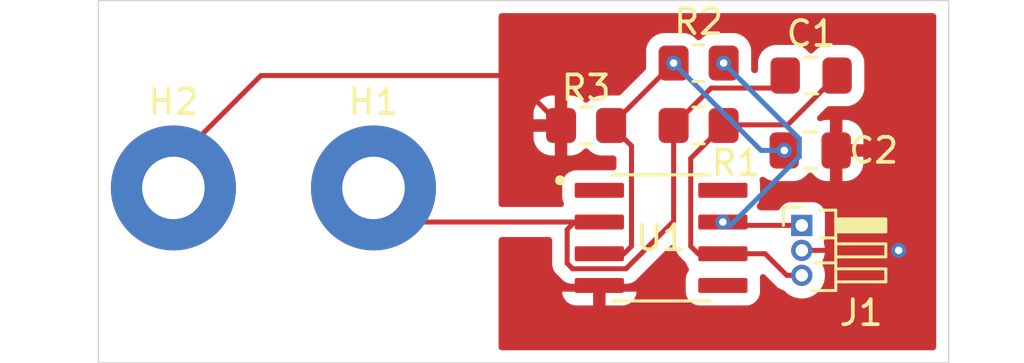
<source format=kicad_pcb>
(kicad_pcb (version 20241229) (generator "pcbnew") (generator_version "9.0")
  (layers (0 "F.Cu" signal) (2 "B.Cu" signal) (13 "F.Paste" user) (15 "B.Paste" user) (5 "F.SilkS" user "F.Silkscreen") (7 "B.SilkS" user "B.Silkscreen") (1 "F.Mask" user) (3 "B.Mask" user) (25 "Edge.Cuts" user))
  (net 0 "")
  (net 1 "Net-(U1--IN)")
  (net 2 "Net-(J1-Pin_3)")
  (net 3 "GND")
  (net 4 "Net-(U1-+IN)")
  (net 5 "VCC")
  (footprint "Capacitor_SMD:C_0805_2012Metric_Pad1.18x1.45mm_HandSolder" (layer "F.Cu") (at 69.5 42.5)
    (property "Reference" "C1" (at 0 -1.68 0) (layer "F.SilkS"))
    (property "Value" "2.7µ")
    (fp_line (start -0.261252 -0.735) (end 0.261252 -0.735) (stroke (width 0.12)) (layer "F.SilkS"))
    (fp_line (start -0.261252 0.735) (end 0.261252 0.735) (stroke (width 0.12)) (layer "F.SilkS"))
    (pad "1" smd roundrect (at -1.0375 0) (size 1.175 1.45) (layers "F.Cu" "F.Mask" "F.Paste") (roundrect_rratio 0.212766) (net 1 "Net-(U1--IN)"))
    (pad "2" smd roundrect (at 1.0375 0) (size 1.175 1.45) (layers "F.Cu" "F.Mask" "F.Paste") (roundrect_rratio 0.212766) (net 2 "Net-(J1-Pin_3)"))
  )
  (footprint "Resistor_SMD:R_0805_2012Metric_Pad1.20x1.40mm_HandSolder" (layer "F.Cu") (at 65 44.5)
    (property "Reference" "R1" (at 1.5 1.5 0) (layer "F.SilkS"))
    (property "Value" "53.6kΩ")
    (fp_line (start -0.227064 -0.735) (end 0.227064 -0.735) (stroke (width 0.12)) (layer "F.SilkS"))
    (fp_line (start -0.227064 0.735) (end 0.227064 0.735) (stroke (width 0.12)) (layer "F.SilkS"))
    (pad "1" smd roundrect (at -1 0) (size 1.2 1.4) (layers "F.Cu" "F.Mask" "F.Paste") (roundrect_rratio 0.208333) (net 1 "Net-(U1--IN)"))
    (pad "2" smd roundrect (at 1 0) (size 1.2 1.4) (layers "F.Cu" "F.Mask" "F.Paste") (roundrect_rratio 0.208333) (net 2 "Net-(J1-Pin_3)"))
  )
  (footprint "OPA380AIDR:SOIC127P599X175-8N" (layer "F.Cu") (at 63.5 49)
    (property "Reference" "U1" (at 0 0 0) (layer "F.SilkS"))
    (property "Value" "OPA380AIDR")
    (fp_line (start -1.95 -2.525) (end 1.95 -2.525) (stroke (width 0.127)) (layer "F.SilkS"))
    (fp_line (start -1.95 2.525) (end 1.95 2.525) (stroke (width 0.127)) (layer "F.SilkS"))
    (fp_circle (center -4.04 -2.305) (end -3.94 -2.305) (stroke (width 0.2)) (fill no) (layer "F.SilkS"))
    (pad "1" smd roundrect (at -2.47 -1.905) (size 1.97 0.6) (layers "F.Cu" "F.Mask" "F.Paste") (roundrect_rratio 0.125))
    (pad "2" smd roundrect (at -2.47 -0.635) (size 1.97 0.6) (layers "F.Cu" "F.Mask" "F.Paste") (roundrect_rratio 0.125) (net 1 "Net-(U1--IN)"))
    (pad "3" smd roundrect (at -2.47 0.635) (size 1.97 0.6) (layers "F.Cu" "F.Mask" "F.Paste") (roundrect_rratio 0.125) (net 4 "Net-(U1-+IN)"))
    (pad "4" smd roundrect (at -2.47 1.905) (size 1.97 0.6) (layers "F.Cu" "F.Mask" "F.Paste") (roundrect_rratio 0.125) (net 3 "GND"))
    (pad "5" smd roundrect (at 2.47 1.905) (size 1.97 0.6) (layers "F.Cu" "F.Mask" "F.Paste") (roundrect_rratio 0.125))
    (pad "6" smd roundrect (at 2.47 0.635) (size 1.97 0.6) (layers "F.Cu" "F.Mask" "F.Paste") (roundrect_rratio 0.125) (net 2 "Net-(J1-Pin_3)"))
    (pad "7" smd roundrect (at 2.47 -0.635) (size 1.97 0.6) (layers "F.Cu" "F.Mask" "F.Paste") (roundrect_rratio 0.125) (net 5 "VCC"))
    (pad "8" smd roundrect (at 2.47 -1.905) (size 1.97 0.6) (layers "F.Cu" "F.Mask" "F.Paste") (roundrect_rratio 0.125))
  )
  (footprint "Capacitor_SMD:C_0805_2012Metric_Pad1.18x1.45mm_HandSolder" (layer "F.Cu") (at 69.4625 45.5)
    (property "Reference" "C2" (at 2.5375 0 0) (layer "F.SilkS"))
    (property "Value" "1µF")
    (fp_line (start -0.261252 -0.735) (end 0.261252 -0.735) (stroke (width 0.12)) (layer "F.SilkS"))
    (fp_line (start -0.261252 0.735) (end 0.261252 0.735) (stroke (width 0.12)) (layer "F.SilkS"))
    (pad "1" smd roundrect (at -1.0375 0) (size 1.175 1.45) (layers "F.Cu" "F.Mask" "F.Paste") (roundrect_rratio 0.212766) (net 4 "Net-(U1-+IN)"))
    (pad "2" smd roundrect (at 1.0375 0) (size 1.175 1.45) (layers "F.Cu" "F.Mask" "F.Paste") (roundrect_rratio 0.212766) (net 3 "GND"))
  )
  (footprint "MountingHole:MountingHole_2.5mm_Pad" (layer "F.Cu") (at 52 47)
    (property "Reference" "H1" (at 0 -3.45 0) (layer "F.SilkS"))
    (property "Value" "MountingHole_Pad")
    (pad "1" thru_hole circle (at 0 0) (size 5 5) (drill 2.5) (layers "*.Cu" "*.Mask") (net 1 "Net-(U1--IN)"))
  )
  (footprint "Resistor_SMD:R_0805_2012Metric_Pad1.20x1.40mm_HandSolder" (layer "F.Cu") (at 60.5 44.5)
    (property "Reference" "R3" (at 0 -1.5 0) (layer "F.SilkS"))
    (property "Value" "280")
    (fp_line (start -0.227064 -0.735) (end 0.227064 -0.735) (stroke (width 0.12)) (layer "F.SilkS"))
    (fp_line (start -0.227064 0.735) (end 0.227064 0.735) (stroke (width 0.12)) (layer "F.SilkS"))
    (pad "1" smd roundrect (at -1 0) (size 1.2 1.4) (layers "F.Cu" "F.Mask" "F.Paste") (roundrect_rratio 0.208333) (net 3 "GND"))
    (pad "2" smd roundrect (at 1 0) (size 1.2 1.4) (layers "F.Cu" "F.Mask" "F.Paste") (roundrect_rratio 0.208333) (net 4 "Net-(U1-+IN)"))
  )
  (footprint "Resistor_SMD:R_0805_2012Metric_Pad1.20x1.40mm_HandSolder" (layer "F.Cu") (at 65 42)
    (property "Reference" "R2" (at 0 -1.65 0) (layer "F.SilkS"))
    (property "Value" "13.7kΩ")
    (fp_line (start -0.227064 -0.735) (end 0.227064 -0.735) (stroke (width 0.12)) (layer "F.SilkS"))
    (fp_line (start -0.227064 0.735) (end 0.227064 0.735) (stroke (width 0.12)) (layer "F.SilkS"))
    (pad "1" smd roundrect (at -1 0) (size 1.2 1.4) (layers "F.Cu" "F.Mask" "F.Paste") (roundrect_rratio 0.208333) (net 4 "Net-(U1-+IN)"))
    (pad "2" smd roundrect (at 1 0) (size 1.2 1.4) (layers "F.Cu" "F.Mask" "F.Paste") (roundrect_rratio 0.208333) (net 5 "VCC"))
  )
  (footprint "Connector_PinHeader_1.00mm:PinHeader_1x03_P1.00mm_Horizontal" (layer "F.Cu") (at 69.125 48.5)
    (property "Reference" "J1" (at 2.375 3.5 0) (layer "F.SilkS"))
    (property "Value" "Conn_01x03_Socket")
    (fp_line (start -0.735 -0.735) (end 0 -0.735) (stroke (width 0.12)) (layer "F.SilkS"))
    (fp_line (start -0.735 0) (end -0.735 -0.735) (stroke (width 0.12)) (layer "F.SilkS"))
    (fp_line (start 0.538725 1.5) (end 1.36 1.5) (stroke (width 0.12)) (layer "F.SilkS"))
    (fp_line (start 0.735 -0.61) (end 1.36 -0.61) (stroke (width 0.12)) (layer "F.SilkS"))
    (fp_line (start 0.735 0.5) (end 1.36 0.5) (stroke (width 0.12)) (layer "F.SilkS"))
    (fp_line (start 1.36 -0.61) (end 1.36 2.61) (stroke (width 0.12)) (layer "F.SilkS"))
    (fp_line (start 1.36 0.74) (end 3.36 0.74) (stroke (width 0.12)) (layer "F.SilkS"))
    (fp_line (start 1.36 1.74) (end 3.36 1.74) (stroke (width 0.12)) (layer "F.SilkS"))
    (fp_line (start 1.36 2.61) (end 0.41003 2.61) (stroke (width 0.12)) (layer "F.SilkS"))
    (fp_line (start 3.36 0.74) (end 3.36 1.26) (stroke (width 0.12)) (layer "F.SilkS"))
    (fp_line (start 3.36 1.26) (end 1.36 1.26) (stroke (width 0.12)) (layer "F.SilkS"))
    (fp_line (start 3.36 1.74) (end 3.36 2.26) (stroke (width 0.12)) (layer "F.SilkS"))
    (fp_line (start 3.36 2.26) (end 1.36 2.26) (stroke (width 0.12)) (layer "F.SilkS"))
    (fp_rect (start 1.36 -0.26) (end 3.36 0.26) (stroke (width 0.12)) (fill yes) (layer "F.SilkS"))
    (pad "1" thru_hole rect (at 0 0) (size 0.85 0.85) (drill 0.5) (layers "*.Cu" "*.Mask") (net 5 "VCC"))
    (pad "2" thru_hole circle (at 0 1) (size 0.85 0.85) (drill 0.5) (layers "*.Cu" "*.Mask") (net 3 "GND"))
    (pad "3" thru_hole circle (at 0 2) (size 0.85 0.85) (drill 0.5) (layers "*.Cu" "*.Mask") (net 2 "Net-(J1-Pin_3)"))
  )
  (footprint "MountingHole:MountingHole_2.5mm_Pad" (layer "F.Cu") (at 44 47)
    (property "Reference" "H2" (at 0 -3.45 0) (layer "F.SilkS"))
    (property "Value" "MountingHole_Pad")
    (pad "1" thru_hole circle (at 0 0) (size 5 5) (drill 2.5) (layers "*.Cu" "*.Mask") (net 3 "GND"))
  )
  (gr_poly (pts (xy 41 39.5) (xy 75 39.5) (xy 75 54) (xy 41 54)) (stroke (width 0.05)) (fill no) (layer "Edge.Cuts"))
  (segment (start 53.365 48.365) (end 52 47) (width 0.2) (layer "F.Cu") (net 1))
  (segment (start 59.744 50.017824) (end 59.962176 50.236) (width 0.2) (layer "F.Cu") (net 1))
  (segment (start 64 44.5) (end 65.499 43.001) (width 0.2) (layer "F.Cu") (net 1))
  (segment (start 65.499 43.001) (end 67.9615 43.001) (width 0.2) (layer "F.Cu") (net 1))
  (segment (start 67.9615 43.001) (end 68.4625 42.5) (width 0.2) (layer "F.Cu") (net 1))
  (segment (start 61.03 48.365) (end 53.365 48.365) (width 0.2) (layer "F.Cu") (net 1))
  (segment (start 59.962176 50.236) (end 62.097824 50.236) (width 0.2) (layer "F.Cu") (net 1))
  (segment (start 60.045001 48.365) (end 59.744 48.666001) (width 0.2) (layer "F.Cu") (net 1))
  (segment (start 59.744 48.666001) (end 59.744 50.017824) (width 0.2) (layer "F.Cu") (net 1))
  (segment (start 62.097824 50.236) (end 64 48.333824) (width 0.2) (layer "F.Cu") (net 1))
  (segment (start 64 48.333824) (end 64 44.5) (width 0.2) (layer "F.Cu") (net 1))
  (segment (start 61.03 48.365) (end 60.045001 48.365) (width 0.2) (layer "F.Cu") (net 1))
  (segment (start 67.65896 49.635) (end 65.97 49.635) (width 0.2) (layer "F.Cu") (net 2))
  (segment (start 69.125 50.5) (end 68.52396 50.5) (width 0.2) (layer "F.Cu") (net 2))
  (segment (start 64.684 49.333999) (end 64.684 45.816) (width 0.2) (layer "F.Cu") (net 2))
  (segment (start 64.985001 49.635) (end 64.684 49.333999) (width 0.2) (layer "F.Cu") (net 2))
  (segment (start 65.97 49.635) (end 64.985001 49.635) (width 0.2) (layer "F.Cu") (net 2))
  (segment (start 64.684 45.816) (end 66 44.5) (width 0.2) (layer "F.Cu") (net 2))
  (segment (start 66.026 44.474) (end 66 44.5) (width 0.2) (layer "F.Cu") (net 2))
  (segment (start 70.5375 42.5) (end 68.5635 44.474) (width 0.2) (layer "F.Cu") (net 2))
  (segment (start 68.5635 44.474) (end 66.026 44.474) (width 0.2) (layer "F.Cu") (net 2))
  (segment (start 68.52396 50.5) (end 67.65896 49.635) (width 0.2) (layer "F.Cu") (net 2))
  (segment (start 47.5 42.5) (end 57.5 42.5) (width 0.2) (layer "F.Cu") (net 3))
  (segment (start 44 46) (end 47.5 42.5) (width 0.2) (layer "F.Cu") (net 3))
  (segment (start 69.125 49.5) (end 73 49.5) (width 0.2) (layer "F.Cu") (net 3))
  (segment (start 44 47) (end 44 46) (width 0.2) (layer "F.Cu") (net 3))
  (segment (start 57.5 42.5) (end 59.5 44.5) (width 0.2) (layer "F.Cu") (net 3))
  (via (at 73 49.5) (size 0.6) (drill 0.3) (layers "F.Cu" "B.Cu") (net 3))
  (segment (start 62.316 45.316) (end 61.5 44.5) (width 0.2) (layer "F.Cu") (net 4))
  (segment (start 61.03 49.635) (end 62.014999 49.635) (width 0.2) (layer "F.Cu") (net 4))
  (segment (start 62.014999 49.635) (end 62.316 49.333999) (width 0.2) (layer "F.Cu") (net 4))
  (segment (start 62.316 49.333999) (end 62.316 45.316) (width 0.2) (layer "F.Cu") (net 4))
  (segment (start 64 42) (end 61.5 44.5) (width 0.2) (layer "F.Cu") (net 4))
  (via (at 64 42) (size 0.6) (drill 0.3) (layers "F.Cu" "B.Cu") (net 4))
  (via (at 68.425 45.5) (size 0.6) (drill 0.3) (layers "F.Cu" "B.Cu") (net 4))
  (segment (start 67.5 45.5) (end 64 42) (width 0.2) (layer "B.Cu") (net 4))
  (segment (start 68.425 45.5) (end 67.5 45.5) (width 0.2) (layer "B.Cu") (net 4))
  (segment (start 69.125 48.5) (end 66.105 48.5) (width 0.2) (layer "F.Cu") (net 5))
  (segment (start 66.105 48.5) (end 65.97 48.365) (width 0.2) (layer "F.Cu") (net 5))
  (via (at 66 42) (size 0.6) (drill 0.3) (layers "F.Cu" "B.Cu") (net 5))
  (via (at 65.97 48.365) (size 0.6) (drill 0.3) (layers "F.Cu" "B.Cu") (net 5))
  (segment (start 69.026 45.748943) (end 66.274943 48.5) (width 0.2) (layer "B.Cu") (net 5))
  (segment (start 69.026 45.026) (end 69.026 45.748943) (width 0.2) (layer "B.Cu") (net 5))
  (segment (start 66 42) (end 69.026 45.026) (width 0.2) (layer "B.Cu") (net 5))
  (segment (start 66.274943 48.5) (end 66 48.5) (width 0.2) (layer "B.Cu") (net 5))
  (zone (net 3) (net_name "GND") (layer "F.Cu") (connect_pads (clearance 0.5)) (min_thickness 0.25) (fill yes (thermal_gap 0.5) (thermal_bridge_width 0.5))
    (polygon (pts (xy 57 40) (xy 57 53.5) (xy 74.5 53.5) (xy 74.5 40)))
  )
)
</source>
